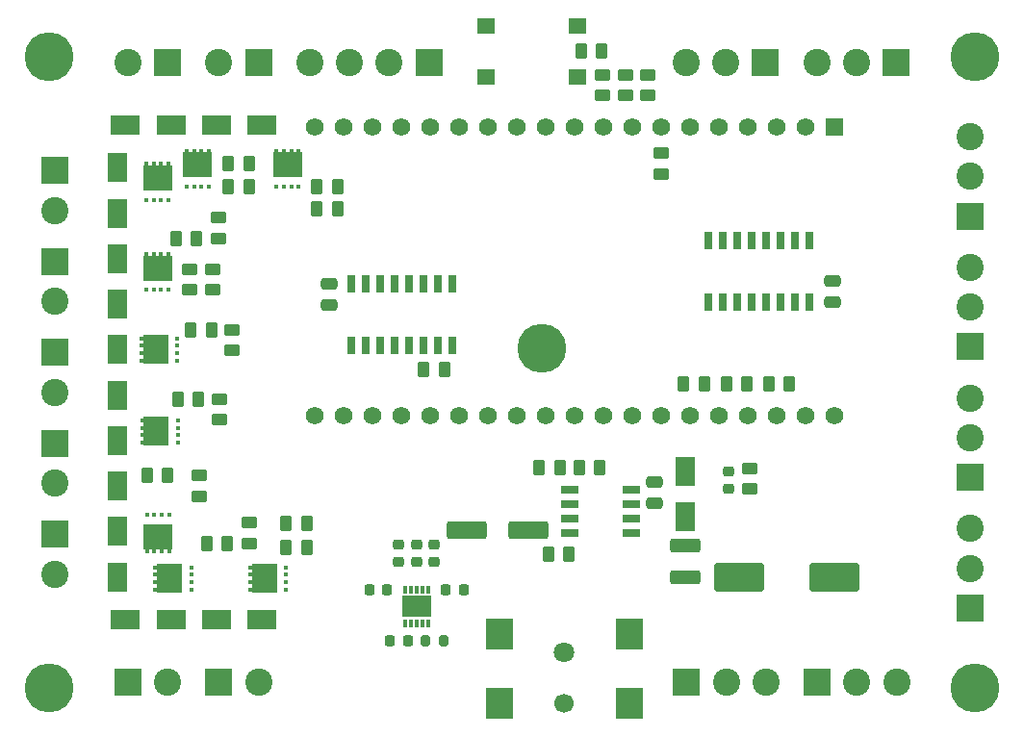
<source format=gts>
G04 #@! TF.GenerationSoftware,KiCad,Pcbnew,(6.0.2)*
G04 #@! TF.CreationDate,2023-08-04T12:43:31+02:00*
G04 #@! TF.ProjectId,PCB_Layout_MOSFET,5043425f-4c61-4796-9f75-745f4d4f5346,rev?*
G04 #@! TF.SameCoordinates,Original*
G04 #@! TF.FileFunction,Soldermask,Top*
G04 #@! TF.FilePolarity,Negative*
%FSLAX46Y46*%
G04 Gerber Fmt 4.6, Leading zero omitted, Abs format (unit mm)*
G04 Created by KiCad (PCBNEW (6.0.2)) date 2023-08-04 12:43:31*
%MOMM*%
%LPD*%
G01*
G04 APERTURE LIST*
G04 Aperture macros list*
%AMRoundRect*
0 Rectangle with rounded corners*
0 $1 Rounding radius*
0 $2 $3 $4 $5 $6 $7 $8 $9 X,Y pos of 4 corners*
0 Add a 4 corners polygon primitive as box body*
4,1,4,$2,$3,$4,$5,$6,$7,$8,$9,$2,$3,0*
0 Add four circle primitives for the rounded corners*
1,1,$1+$1,$2,$3*
1,1,$1+$1,$4,$5*
1,1,$1+$1,$6,$7*
1,1,$1+$1,$8,$9*
0 Add four rect primitives between the rounded corners*
20,1,$1+$1,$2,$3,$4,$5,0*
20,1,$1+$1,$4,$5,$6,$7,0*
20,1,$1+$1,$6,$7,$8,$9,0*
20,1,$1+$1,$8,$9,$2,$3,0*%
G04 Aperture macros list end*
%ADD10RoundRect,0.250000X0.450000X-0.262500X0.450000X0.262500X-0.450000X0.262500X-0.450000X-0.262500X0*%
%ADD11R,2.500000X1.800000*%
%ADD12R,2.400000X2.400000*%
%ADD13C,2.400000*%
%ADD14RoundRect,0.250000X-0.262500X-0.450000X0.262500X-0.450000X0.262500X0.450000X-0.262500X0.450000X0*%
%ADD15R,0.700000X1.550000*%
%ADD16C,4.300000*%
%ADD17RoundRect,0.250000X0.262500X0.450000X-0.262500X0.450000X-0.262500X-0.450000X0.262500X-0.450000X0*%
%ADD18RoundRect,0.250000X1.075000X-0.375000X1.075000X0.375000X-1.075000X0.375000X-1.075000X-0.375000X0*%
%ADD19R,1.800000X2.500000*%
%ADD20R,0.400000X0.400000*%
%ADD21R,0.400000X0.300000*%
%ADD22R,2.650000X2.200000*%
%ADD23RoundRect,0.250000X-0.450000X0.262500X-0.450000X-0.262500X0.450000X-0.262500X0.450000X0.262500X0*%
%ADD24R,0.300000X0.400000*%
%ADD25R,2.200000X2.650000*%
%ADD26RoundRect,0.250000X-0.475000X0.250000X-0.475000X-0.250000X0.475000X-0.250000X0.475000X0.250000X0*%
%ADD27RoundRect,0.250000X-1.950000X-1.000000X1.950000X-1.000000X1.950000X1.000000X-1.950000X1.000000X0*%
%ADD28R,0.300000X0.750000*%
%ADD29R,2.550000X1.850000*%
%ADD30RoundRect,0.250000X0.475000X-0.250000X0.475000X0.250000X-0.475000X0.250000X-0.475000X-0.250000X0*%
%ADD31R,1.560000X1.560000*%
%ADD32C,1.560000*%
%ADD33RoundRect,0.225000X0.250000X-0.225000X0.250000X0.225000X-0.250000X0.225000X-0.250000X-0.225000X0*%
%ADD34R,1.600000X1.400000*%
%ADD35C,1.700000*%
%ADD36C,1.800000*%
%ADD37R,2.400000X2.800000*%
%ADD38R,1.525000X0.700000*%
%ADD39RoundRect,0.218750X-0.256250X0.218750X-0.256250X-0.218750X0.256250X-0.218750X0.256250X0.218750X0*%
%ADD40RoundRect,0.200000X0.200000X0.275000X-0.200000X0.275000X-0.200000X-0.275000X0.200000X-0.275000X0*%
%ADD41RoundRect,0.225000X0.225000X0.250000X-0.225000X0.250000X-0.225000X-0.250000X0.225000X-0.250000X0*%
%ADD42RoundRect,0.250000X1.500000X0.550000X-1.500000X0.550000X-1.500000X-0.550000X1.500000X-0.550000X0*%
%ADD43RoundRect,0.225000X-0.225000X-0.250000X0.225000X-0.250000X0.225000X0.250000X-0.225000X0.250000X0*%
G04 APERTURE END LIST*
D10*
X77400000Y-83950000D03*
X77400000Y-82125000D03*
D11*
X81250000Y-117500000D03*
X77250000Y-117500000D03*
D12*
X143550000Y-105000000D03*
D13*
X143550000Y-101500000D03*
X143550000Y-98000000D03*
D10*
X80100000Y-110800000D03*
X80100000Y-108975000D03*
D14*
X78287500Y-79400000D03*
X80112500Y-79400000D03*
D12*
X125550000Y-68500000D03*
D13*
X122050000Y-68500000D03*
X118550000Y-68500000D03*
D12*
X143550000Y-116500000D03*
D13*
X143550000Y-113000000D03*
X143550000Y-109500000D03*
D14*
X106437500Y-111750000D03*
X108262500Y-111750000D03*
X118337500Y-96750000D03*
X120162500Y-96750000D03*
X83370000Y-111130000D03*
X85195000Y-111130000D03*
D15*
X89105000Y-93375000D03*
X90375000Y-93375000D03*
X91645000Y-93375000D03*
X92915000Y-93375000D03*
X94185000Y-93375000D03*
X95455000Y-93375000D03*
X96725000Y-93375000D03*
X97995000Y-93375000D03*
X97995000Y-87925000D03*
X96725000Y-87925000D03*
X95455000Y-87925000D03*
X94185000Y-87925000D03*
X92915000Y-87925000D03*
X91645000Y-87925000D03*
X90375000Y-87925000D03*
X89105000Y-87925000D03*
D12*
X95950000Y-68500000D03*
D13*
X92450000Y-68500000D03*
X88950000Y-68500000D03*
X85450000Y-68500000D03*
D16*
X144000000Y-123500000D03*
D17*
X85195000Y-109020000D03*
X83370000Y-109020000D03*
D10*
X74875000Y-88500000D03*
X74875000Y-86675000D03*
D18*
X118500000Y-113800000D03*
X118500000Y-111000000D03*
D19*
X68500000Y-81750000D03*
X68500000Y-77750000D03*
D16*
X62500000Y-123500000D03*
D20*
X74625000Y-79400000D03*
X75275000Y-79400000D03*
X75925000Y-79400000D03*
X76575000Y-79400000D03*
D21*
X76575000Y-76250000D03*
X75925000Y-76250000D03*
X75275000Y-76250000D03*
X74625000Y-76250000D03*
D22*
X75600000Y-77500000D03*
D23*
X115200000Y-69587500D03*
X115200000Y-71412500D03*
D12*
X69450000Y-123000000D03*
D13*
X72950000Y-123000000D03*
D12*
X143550000Y-82000000D03*
D13*
X143550000Y-78500000D03*
X143550000Y-75000000D03*
D20*
X75020000Y-114875000D03*
X75020000Y-114225000D03*
X75020000Y-113575000D03*
X75020000Y-112925000D03*
D24*
X71870000Y-112925000D03*
X71870000Y-113575000D03*
X71870000Y-114225000D03*
X71870000Y-114875000D03*
D25*
X73120000Y-113900000D03*
D26*
X87150000Y-87925000D03*
X87150000Y-89825000D03*
D27*
X123200000Y-113800000D03*
X131600000Y-113800000D03*
D12*
X63000000Y-86000000D03*
D13*
X63000000Y-89500000D03*
D19*
X118500000Y-108450000D03*
X118500000Y-104450000D03*
D28*
X93850000Y-117850000D03*
X94350000Y-117850000D03*
X94850000Y-117850000D03*
X95350000Y-117850000D03*
X95850000Y-117850000D03*
X95850000Y-114850000D03*
X95350000Y-114850000D03*
X94850000Y-114850000D03*
X94350000Y-114850000D03*
X93850000Y-114850000D03*
D29*
X94850000Y-116350000D03*
D14*
X105637500Y-104150000D03*
X107462500Y-104150000D03*
D12*
X137050000Y-68500000D03*
D13*
X133550000Y-68500000D03*
X130050000Y-68500000D03*
D12*
X130100000Y-123000000D03*
D13*
X133600000Y-123000000D03*
X137100000Y-123000000D03*
D30*
X131400000Y-89600000D03*
X131400000Y-87700000D03*
D20*
X83375000Y-114875000D03*
X83375000Y-114225000D03*
X83375000Y-113575000D03*
X83375000Y-112925000D03*
D24*
X80225000Y-112925000D03*
X80225000Y-113575000D03*
X80225000Y-114225000D03*
X80225000Y-114875000D03*
D25*
X81475000Y-113900000D03*
D12*
X77450000Y-123000000D03*
D13*
X80950000Y-123000000D03*
D20*
X73800000Y-94725000D03*
X73800000Y-94075000D03*
X73800000Y-93425000D03*
X73800000Y-92775000D03*
D24*
X70650000Y-92775000D03*
X70650000Y-93425000D03*
X70650000Y-94075000D03*
X70650000Y-94725000D03*
D25*
X71900000Y-93750000D03*
D19*
X68500000Y-89750000D03*
X68500000Y-85750000D03*
D31*
X131610000Y-74177500D03*
D32*
X129070000Y-74177500D03*
X126530000Y-74177500D03*
X123990000Y-74177500D03*
X121450000Y-74177500D03*
X118910000Y-74177500D03*
X116370000Y-74177500D03*
X113830000Y-74177500D03*
X111290000Y-74177500D03*
X108750000Y-74177500D03*
X106210000Y-74177500D03*
X103670000Y-74177500D03*
X101130000Y-74177500D03*
X98590000Y-74177500D03*
X96050000Y-74177500D03*
X93510000Y-74177500D03*
X90970000Y-74177500D03*
X88430000Y-74177500D03*
X85890000Y-74177500D03*
X131610000Y-99577500D03*
X129070000Y-99577500D03*
X126530000Y-99577500D03*
X123990000Y-99577500D03*
X121450000Y-99577500D03*
X118910000Y-99577500D03*
X116370000Y-99577500D03*
X113830000Y-99577500D03*
X111290000Y-99577500D03*
X108750000Y-99577500D03*
X106210000Y-99577500D03*
X103670000Y-99577500D03*
X101130000Y-99577500D03*
X98590000Y-99577500D03*
X96050000Y-99577500D03*
X93510000Y-99577500D03*
X90970000Y-99577500D03*
X88430000Y-99577500D03*
X85890000Y-99577500D03*
D33*
X94850000Y-112460000D03*
X94850000Y-110910000D03*
D20*
X73075000Y-108325000D03*
X72425000Y-108325000D03*
X71775000Y-108325000D03*
X71125000Y-108325000D03*
D21*
X71125000Y-111475000D03*
X71775000Y-111475000D03*
X72425000Y-111475000D03*
X73075000Y-111475000D03*
D22*
X72100000Y-110225000D03*
D33*
X93297500Y-112460000D03*
X93297500Y-110910000D03*
D14*
X73850000Y-98097500D03*
X75675000Y-98097500D03*
D34*
X109000000Y-69750000D03*
X101000000Y-69750000D03*
X109000000Y-65250000D03*
X101000000Y-65250000D03*
D20*
X71075000Y-80570000D03*
X71725000Y-80570000D03*
X72375000Y-80570000D03*
X73025000Y-80570000D03*
D21*
X73025000Y-77420000D03*
X72375000Y-77420000D03*
X71725000Y-77420000D03*
X71075000Y-77420000D03*
D22*
X72050000Y-78670000D03*
D17*
X80112500Y-77350000D03*
X78287500Y-77350000D03*
D20*
X82525000Y-79400000D03*
X83175000Y-79400000D03*
X83825000Y-79400000D03*
X84475000Y-79400000D03*
D21*
X84475000Y-76250000D03*
X83825000Y-76250000D03*
X83175000Y-76250000D03*
X82525000Y-76250000D03*
D22*
X83500000Y-77500000D03*
D30*
X115750000Y-107300000D03*
X115750000Y-105400000D03*
D20*
X73855000Y-101925000D03*
X73855000Y-101275000D03*
X73855000Y-100625000D03*
X73855000Y-99975000D03*
D24*
X70705000Y-99975000D03*
X70705000Y-100625000D03*
X70705000Y-101275000D03*
X70705000Y-101925000D03*
D25*
X71955000Y-100950000D03*
D19*
X68500000Y-97750000D03*
X68500000Y-93750000D03*
D33*
X96397500Y-112460000D03*
X96397500Y-110910000D03*
D15*
X129445000Y-84152500D03*
X128175000Y-84152500D03*
X126905000Y-84152500D03*
X125635000Y-84152500D03*
X124365000Y-84152500D03*
X123095000Y-84152500D03*
X121825000Y-84152500D03*
X120555000Y-84152500D03*
X120555000Y-89602500D03*
X121825000Y-89602500D03*
X123095000Y-89602500D03*
X124365000Y-89602500D03*
X125635000Y-89602500D03*
X126905000Y-89602500D03*
X128175000Y-89602500D03*
X129445000Y-89602500D03*
D12*
X63000000Y-110000000D03*
D13*
X63000000Y-113500000D03*
D23*
X76875000Y-86675000D03*
X76875000Y-88500000D03*
X75750000Y-104850000D03*
X75750000Y-106675000D03*
D35*
X107857500Y-124900000D03*
D36*
X107857500Y-120400000D03*
D37*
X102157500Y-118800000D03*
X102157500Y-124900000D03*
X113557500Y-124900000D03*
X113557500Y-118800000D03*
D12*
X63000000Y-78000000D03*
D13*
X63000000Y-81500000D03*
D38*
X113712000Y-109855000D03*
X113712000Y-108585000D03*
X113712000Y-107315000D03*
X113712000Y-106045000D03*
X108288000Y-106045000D03*
X108288000Y-107315000D03*
X108288000Y-108585000D03*
X108288000Y-109855000D03*
D17*
X87912500Y-81400000D03*
X86087500Y-81400000D03*
D11*
X73250000Y-117500000D03*
X69250000Y-117500000D03*
D17*
X97312500Y-95500000D03*
X95487500Y-95500000D03*
D16*
X105850000Y-93650000D03*
D14*
X73687500Y-83950000D03*
X75512500Y-83950000D03*
D23*
X77550000Y-98097500D03*
X77550000Y-99922500D03*
D39*
X122300000Y-104437500D03*
X122300000Y-106012500D03*
D14*
X109337500Y-67500000D03*
X111162500Y-67500000D03*
D10*
X116350000Y-78312500D03*
X116350000Y-76487500D03*
D12*
X118600000Y-123000000D03*
D13*
X122100000Y-123000000D03*
X125600000Y-123000000D03*
D14*
X122087500Y-96750000D03*
X123912500Y-96750000D03*
D11*
X77250000Y-74000000D03*
X81250000Y-74000000D03*
D12*
X143550000Y-93500000D03*
D13*
X143550000Y-90000000D03*
X143550000Y-86500000D03*
D14*
X109137500Y-104150000D03*
X110962500Y-104150000D03*
D23*
X113200000Y-69587500D03*
X113200000Y-71412500D03*
D14*
X74987500Y-92000000D03*
X76812500Y-92000000D03*
D12*
X63000000Y-94000000D03*
D13*
X63000000Y-97500000D03*
D40*
X97272500Y-119410000D03*
X95622500Y-119410000D03*
D23*
X78650000Y-92000000D03*
X78650000Y-93825000D03*
D20*
X71075000Y-88500000D03*
X71725000Y-88500000D03*
X72375000Y-88500000D03*
X73025000Y-88500000D03*
D21*
X73025000Y-85350000D03*
X72375000Y-85350000D03*
X71725000Y-85350000D03*
X71075000Y-85350000D03*
D22*
X72050000Y-86600000D03*
D41*
X94072500Y-119410000D03*
X92522500Y-119410000D03*
D23*
X111200000Y-69587500D03*
X111200000Y-71412500D03*
D14*
X86087500Y-79400000D03*
X87912500Y-79400000D03*
D12*
X72950000Y-68500000D03*
D13*
X69450000Y-68500000D03*
D16*
X144000000Y-68000000D03*
D11*
X69250000Y-74000000D03*
X73250000Y-74000000D03*
D10*
X124200000Y-106012500D03*
X124200000Y-104187500D03*
D19*
X68500000Y-105750000D03*
X68500000Y-101750000D03*
D42*
X104650000Y-109600000D03*
X99250000Y-109600000D03*
D16*
X62500000Y-68000000D03*
D14*
X71137500Y-104850000D03*
X72962500Y-104850000D03*
D43*
X97425000Y-114860000D03*
X98975000Y-114860000D03*
D17*
X127662500Y-96750000D03*
X125837500Y-96750000D03*
D12*
X80950000Y-68500000D03*
D13*
X77450000Y-68500000D03*
D12*
X63000000Y-102000000D03*
D13*
X63000000Y-105500000D03*
D19*
X68500000Y-113750000D03*
X68500000Y-109750000D03*
D14*
X76387500Y-110800000D03*
X78212500Y-110800000D03*
D41*
X92247500Y-114860000D03*
X90697500Y-114860000D03*
M02*

</source>
